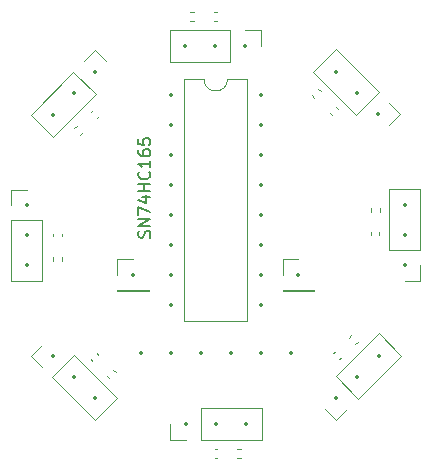
<source format=gto>
%TF.GenerationSoftware,KiCad,Pcbnew,8.0.5*%
%TF.CreationDate,2024-12-10T18:09:28+10:00*%
%TF.ProjectId,windVane,77696e64-5661-46e6-952e-6b696361645f,rev?*%
%TF.SameCoordinates,Original*%
%TF.FileFunction,Legend,Top*%
%TF.FilePolarity,Positive*%
%FSLAX46Y46*%
G04 Gerber Fmt 4.6, Leading zero omitted, Abs format (unit mm)*
G04 Created by KiCad (PCBNEW 8.0.5) date 2024-12-10 18:09:28*
%MOMM*%
%LPD*%
G01*
G04 APERTURE LIST*
%ADD10C,0.150000*%
%ADD11C,0.120000*%
%ADD12C,0.350000*%
G04 APERTURE END LIST*
D10*
X144407200Y-101214285D02*
X144454819Y-101071428D01*
X144454819Y-101071428D02*
X144454819Y-100833333D01*
X144454819Y-100833333D02*
X144407200Y-100738095D01*
X144407200Y-100738095D02*
X144359580Y-100690476D01*
X144359580Y-100690476D02*
X144264342Y-100642857D01*
X144264342Y-100642857D02*
X144169104Y-100642857D01*
X144169104Y-100642857D02*
X144073866Y-100690476D01*
X144073866Y-100690476D02*
X144026247Y-100738095D01*
X144026247Y-100738095D02*
X143978628Y-100833333D01*
X143978628Y-100833333D02*
X143931009Y-101023809D01*
X143931009Y-101023809D02*
X143883390Y-101119047D01*
X143883390Y-101119047D02*
X143835771Y-101166666D01*
X143835771Y-101166666D02*
X143740533Y-101214285D01*
X143740533Y-101214285D02*
X143645295Y-101214285D01*
X143645295Y-101214285D02*
X143550057Y-101166666D01*
X143550057Y-101166666D02*
X143502438Y-101119047D01*
X143502438Y-101119047D02*
X143454819Y-101023809D01*
X143454819Y-101023809D02*
X143454819Y-100785714D01*
X143454819Y-100785714D02*
X143502438Y-100642857D01*
X144454819Y-100214285D02*
X143454819Y-100214285D01*
X143454819Y-100214285D02*
X144454819Y-99642857D01*
X144454819Y-99642857D02*
X143454819Y-99642857D01*
X143454819Y-99261904D02*
X143454819Y-98595238D01*
X143454819Y-98595238D02*
X144454819Y-99023809D01*
X143788152Y-97785714D02*
X144454819Y-97785714D01*
X143407200Y-98023809D02*
X144121485Y-98261904D01*
X144121485Y-98261904D02*
X144121485Y-97642857D01*
X144454819Y-97261904D02*
X143454819Y-97261904D01*
X143931009Y-97261904D02*
X143931009Y-96690476D01*
X144454819Y-96690476D02*
X143454819Y-96690476D01*
X144359580Y-95642857D02*
X144407200Y-95690476D01*
X144407200Y-95690476D02*
X144454819Y-95833333D01*
X144454819Y-95833333D02*
X144454819Y-95928571D01*
X144454819Y-95928571D02*
X144407200Y-96071428D01*
X144407200Y-96071428D02*
X144311961Y-96166666D01*
X144311961Y-96166666D02*
X144216723Y-96214285D01*
X144216723Y-96214285D02*
X144026247Y-96261904D01*
X144026247Y-96261904D02*
X143883390Y-96261904D01*
X143883390Y-96261904D02*
X143692914Y-96214285D01*
X143692914Y-96214285D02*
X143597676Y-96166666D01*
X143597676Y-96166666D02*
X143502438Y-96071428D01*
X143502438Y-96071428D02*
X143454819Y-95928571D01*
X143454819Y-95928571D02*
X143454819Y-95833333D01*
X143454819Y-95833333D02*
X143502438Y-95690476D01*
X143502438Y-95690476D02*
X143550057Y-95642857D01*
X144454819Y-94690476D02*
X144454819Y-95261904D01*
X144454819Y-94976190D02*
X143454819Y-94976190D01*
X143454819Y-94976190D02*
X143597676Y-95071428D01*
X143597676Y-95071428D02*
X143692914Y-95166666D01*
X143692914Y-95166666D02*
X143740533Y-95261904D01*
X143454819Y-93833333D02*
X143454819Y-94023809D01*
X143454819Y-94023809D02*
X143502438Y-94119047D01*
X143502438Y-94119047D02*
X143550057Y-94166666D01*
X143550057Y-94166666D02*
X143692914Y-94261904D01*
X143692914Y-94261904D02*
X143883390Y-94309523D01*
X143883390Y-94309523D02*
X144264342Y-94309523D01*
X144264342Y-94309523D02*
X144359580Y-94261904D01*
X144359580Y-94261904D02*
X144407200Y-94214285D01*
X144407200Y-94214285D02*
X144454819Y-94119047D01*
X144454819Y-94119047D02*
X144454819Y-93928571D01*
X144454819Y-93928571D02*
X144407200Y-93833333D01*
X144407200Y-93833333D02*
X144359580Y-93785714D01*
X144359580Y-93785714D02*
X144264342Y-93738095D01*
X144264342Y-93738095D02*
X144026247Y-93738095D01*
X144026247Y-93738095D02*
X143931009Y-93785714D01*
X143931009Y-93785714D02*
X143883390Y-93833333D01*
X143883390Y-93833333D02*
X143835771Y-93928571D01*
X143835771Y-93928571D02*
X143835771Y-94119047D01*
X143835771Y-94119047D02*
X143883390Y-94214285D01*
X143883390Y-94214285D02*
X143931009Y-94261904D01*
X143931009Y-94261904D02*
X144026247Y-94309523D01*
X143454819Y-92833333D02*
X143454819Y-93309523D01*
X143454819Y-93309523D02*
X143931009Y-93357142D01*
X143931009Y-93357142D02*
X143883390Y-93309523D01*
X143883390Y-93309523D02*
X143835771Y-93214285D01*
X143835771Y-93214285D02*
X143835771Y-92976190D01*
X143835771Y-92976190D02*
X143883390Y-92880952D01*
X143883390Y-92880952D02*
X143931009Y-92833333D01*
X143931009Y-92833333D02*
X144026247Y-92785714D01*
X144026247Y-92785714D02*
X144264342Y-92785714D01*
X144264342Y-92785714D02*
X144359580Y-92833333D01*
X144359580Y-92833333D02*
X144407200Y-92880952D01*
X144407200Y-92880952D02*
X144454819Y-92976190D01*
X144454819Y-92976190D02*
X144454819Y-93214285D01*
X144454819Y-93214285D02*
X144407200Y-93309523D01*
X144407200Y-93309523D02*
X144359580Y-93357142D01*
D11*
%TO.C,R7*%
X136220000Y-102846359D02*
X136220000Y-103153641D01*
X136980000Y-102846359D02*
X136980000Y-103153641D01*
%TO.C,South1*%
X146145000Y-118330000D02*
X146145000Y-117000000D01*
X147475000Y-118330000D02*
X146145000Y-118330000D01*
X148745000Y-115670000D02*
X153885000Y-115670000D01*
X148745000Y-118330000D02*
X148745000Y-115670000D01*
X148745000Y-118330000D02*
X153885000Y-118330000D01*
X153885000Y-118330000D02*
X153885000Y-115670000D01*
%TO.C,C1*%
X150087836Y-82140000D02*
X149872164Y-82140000D01*
X150087836Y-82860000D02*
X149872164Y-82860000D01*
%TO.C,SouthEast1*%
X160161523Y-112957573D02*
X163796051Y-109323045D01*
X160203949Y-116676955D02*
X159263497Y-115736503D01*
X161144401Y-115736503D02*
X160203949Y-116676955D01*
X162042427Y-114838477D02*
X160161523Y-112957573D01*
X162042427Y-114838477D02*
X165676955Y-111203949D01*
X165676955Y-111203949D02*
X163796051Y-109323045D01*
%TO.C,R5*%
X151846359Y-119120000D02*
X152153641Y-119120000D01*
X151846359Y-119880000D02*
X152153641Y-119880000D01*
%TO.C,C8*%
X139571693Y-90419190D02*
X139419190Y-90571693D01*
X140080810Y-90928307D02*
X139928307Y-91080810D01*
%TO.C,NorthEast1*%
X160157898Y-85276994D02*
X158276994Y-87157898D01*
X161911522Y-90792426D02*
X158276994Y-87157898D01*
X163792426Y-88911522D02*
X160157898Y-85276994D01*
X163792426Y-88911522D02*
X161911522Y-90792426D01*
X164690452Y-89809548D02*
X165630904Y-90750000D01*
X165630904Y-90750000D02*
X164690452Y-91690452D01*
%TO.C,R6*%
X140783283Y-112920684D02*
X141000564Y-113137965D01*
X141320684Y-112383283D02*
X141537965Y-112600564D01*
%TO.C,West1*%
X132670000Y-97145000D02*
X134000000Y-97145000D01*
X132670000Y-98475000D02*
X132670000Y-97145000D01*
X132670000Y-99745000D02*
X132670000Y-104885000D01*
X132670000Y-99745000D02*
X135330000Y-99745000D01*
X132670000Y-104885000D02*
X135330000Y-104885000D01*
X135330000Y-99745000D02*
X135330000Y-104885000D01*
%TO.C,SN74HC165*%
X147360000Y-87795000D02*
X147360000Y-108235000D01*
X147360000Y-108235000D02*
X152660000Y-108235000D01*
X149010000Y-87795000D02*
X147360000Y-87795000D01*
X152660000Y-87795000D02*
X151010000Y-87795000D01*
X152660000Y-108235000D02*
X152660000Y-87795000D01*
X151010000Y-87795000D02*
G75*
G02*
X149010000Y-87795000I-1000000J0D01*
G01*
%TO.C,C3*%
X163140000Y-100987836D02*
X163140000Y-100772164D01*
X163860000Y-100987836D02*
X163860000Y-100772164D01*
%TO.C,J1*%
X141670000Y-103035000D02*
X143000000Y-103035000D01*
X141670000Y-104365000D02*
X141670000Y-103035000D01*
X141670000Y-105635000D02*
X141670000Y-105695000D01*
X141670000Y-105635000D02*
X144330000Y-105635000D01*
X141670000Y-105695000D02*
X144330000Y-105695000D01*
X144330000Y-105635000D02*
X144330000Y-105695000D01*
%TO.C,SouthWest1*%
X134323045Y-111203949D02*
X135263497Y-110263497D01*
X135263497Y-112144401D02*
X134323045Y-111203949D01*
X136161523Y-113042427D02*
X138042427Y-111161523D01*
X136161523Y-113042427D02*
X139796051Y-116676955D01*
X138042427Y-111161523D02*
X141676955Y-114796051D01*
X139796051Y-116676955D02*
X141676955Y-114796051D01*
%TO.C,R1*%
X148153641Y-82120000D02*
X147846359Y-82120000D01*
X148153641Y-82880000D02*
X147846359Y-82880000D01*
%TO.C,R8*%
X138229316Y-91733283D02*
X138012035Y-91950564D01*
X138766717Y-92270684D02*
X138549436Y-92487965D01*
%TO.C,R4*%
X161262035Y-109700564D02*
X161479316Y-109483283D01*
X161799436Y-110237965D02*
X162016717Y-110020684D01*
%TO.C,C5*%
X149912164Y-119140000D02*
X150127836Y-119140000D01*
X149912164Y-119860000D02*
X150127836Y-119860000D01*
%TO.C,North1*%
X146115000Y-83670000D02*
X146115000Y-86330000D01*
X151255000Y-83670000D02*
X146115000Y-83670000D01*
X151255000Y-83670000D02*
X151255000Y-86330000D01*
X151255000Y-86330000D02*
X146115000Y-86330000D01*
X152525000Y-83670000D02*
X153855000Y-83670000D01*
X153855000Y-83670000D02*
X153855000Y-85000000D01*
%TO.C,C7*%
X136240000Y-100872164D02*
X136240000Y-101087836D01*
X136960000Y-100872164D02*
X136960000Y-101087836D01*
%TO.C,C2*%
X159821693Y-90830810D02*
X159669190Y-90678307D01*
X160330810Y-90321693D02*
X160178307Y-90169190D01*
%TO.C,R3*%
X163120000Y-99043641D02*
X163120000Y-98736359D01*
X163880000Y-99043641D02*
X163880000Y-98736359D01*
%TO.C,R2*%
X158339940Y-89377341D02*
X158122659Y-89160060D01*
X158877341Y-88839940D02*
X158660060Y-88622659D01*
%TO.C,C6*%
X139408601Y-111517718D02*
X139561104Y-111670221D01*
X139917718Y-111008601D02*
X140070221Y-111161104D01*
%TO.C,C4*%
X159974736Y-111016147D02*
X160127239Y-110863644D01*
X160483853Y-111525264D02*
X160636356Y-111372761D01*
%TO.C,J2*%
X155670000Y-103035000D02*
X157000000Y-103035000D01*
X155670000Y-104365000D02*
X155670000Y-103035000D01*
X155670000Y-105635000D02*
X155670000Y-105695000D01*
X155670000Y-105635000D02*
X158330000Y-105635000D01*
X155670000Y-105695000D02*
X158330000Y-105695000D01*
X158330000Y-105635000D02*
X158330000Y-105695000D01*
%TO.C,East1*%
X164670000Y-102255000D02*
X164670000Y-97115000D01*
X167330000Y-97115000D02*
X164670000Y-97115000D01*
X167330000Y-102255000D02*
X164670000Y-102255000D01*
X167330000Y-102255000D02*
X167330000Y-97115000D01*
X167330000Y-103525000D02*
X167330000Y-104855000D01*
X167330000Y-104855000D02*
X166000000Y-104855000D01*
%TO.C,NorthWest1*%
X134323045Y-90796051D02*
X136203949Y-92676955D01*
X137957573Y-87161523D02*
X134323045Y-90796051D01*
X137957573Y-87161523D02*
X139838477Y-89042427D01*
X138855599Y-86263497D02*
X139796051Y-85323045D01*
X139796051Y-85323045D02*
X140736503Y-86263497D01*
X139838477Y-89042427D02*
X136203949Y-92676955D01*
%TD*%
D12*
X147475000Y-117000000D03*
X150015000Y-117000000D03*
X152555000Y-117000000D03*
X160203949Y-114796051D03*
X162000000Y-113000000D03*
X163796051Y-111203949D03*
X163750000Y-90750000D03*
X161953949Y-88953949D03*
X160157898Y-87157898D03*
X134000000Y-98475000D03*
X134000000Y-101015000D03*
X134000000Y-103555000D03*
X146200000Y-89125000D03*
X146200000Y-91665000D03*
X146200000Y-94205000D03*
X146200000Y-96745000D03*
X146200000Y-99285000D03*
X146200000Y-101825000D03*
X146200000Y-104365000D03*
X146200000Y-106905000D03*
X153820000Y-106905000D03*
X153820000Y-104365000D03*
X153820000Y-101825000D03*
X153820000Y-99285000D03*
X153820000Y-96745000D03*
X153820000Y-94205000D03*
X153820000Y-91665000D03*
X153820000Y-89125000D03*
X143000000Y-104365000D03*
X136203949Y-111203949D03*
X138000000Y-113000000D03*
X139796051Y-114796051D03*
X152525000Y-85000000D03*
X149985000Y-85000000D03*
X147445000Y-85000000D03*
X157000000Y-104365000D03*
X166000000Y-103525000D03*
X166000000Y-100985000D03*
X166000000Y-98445000D03*
X139796051Y-87203949D03*
X138000000Y-89000000D03*
X136203949Y-90796051D03*
X143650000Y-111000000D03*
X146190000Y-111000000D03*
X148730000Y-111000000D03*
X151270000Y-111000000D03*
X153810000Y-111000000D03*
X156350000Y-111000000D03*
M02*

</source>
